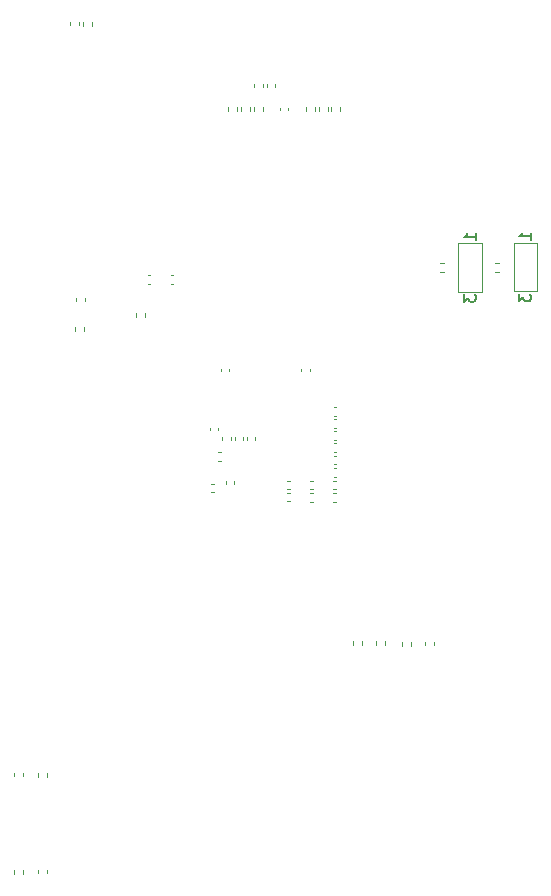
<source format=gbr>
%TF.GenerationSoftware,KiCad,Pcbnew,7.0.9*%
%TF.CreationDate,2024-06-03T19:44:06+03:00*%
%TF.ProjectId,LinuxCore-v2,4c696e75-7843-46f7-9265-2d76322e6b69,rev?*%
%TF.SameCoordinates,Original*%
%TF.FileFunction,Legend,Bot*%
%TF.FilePolarity,Positive*%
%FSLAX46Y46*%
G04 Gerber Fmt 4.6, Leading zero omitted, Abs format (unit mm)*
G04 Created by KiCad (PCBNEW 7.0.9) date 2024-06-03 19:44:06*
%MOMM*%
%LPD*%
G01*
G04 APERTURE LIST*
%ADD10C,0.150000*%
%ADD11C,0.120000*%
G04 APERTURE END LIST*
D10*
X173281969Y-77686667D02*
X173281969Y-78305714D01*
X173281969Y-78305714D02*
X173662921Y-77972381D01*
X173662921Y-77972381D02*
X173662921Y-78115238D01*
X173662921Y-78115238D02*
X173710540Y-78210476D01*
X173710540Y-78210476D02*
X173758159Y-78258095D01*
X173758159Y-78258095D02*
X173853397Y-78305714D01*
X173853397Y-78305714D02*
X174091492Y-78305714D01*
X174091492Y-78305714D02*
X174186730Y-78258095D01*
X174186730Y-78258095D02*
X174234350Y-78210476D01*
X174234350Y-78210476D02*
X174281969Y-78115238D01*
X174281969Y-78115238D02*
X174281969Y-77829524D01*
X174281969Y-77829524D02*
X174234350Y-77734286D01*
X174234350Y-77734286D02*
X174186730Y-77686667D01*
X174281969Y-73105714D02*
X174281969Y-72534286D01*
X174281969Y-72820000D02*
X173281969Y-72820000D01*
X173281969Y-72820000D02*
X173424826Y-72724762D01*
X173424826Y-72724762D02*
X173520064Y-72629524D01*
X173520064Y-72629524D02*
X173567683Y-72534286D01*
X169623005Y-73135714D02*
X169623005Y-72564286D01*
X169623005Y-72850000D02*
X168623005Y-72850000D01*
X168623005Y-72850000D02*
X168765862Y-72754762D01*
X168765862Y-72754762D02*
X168861100Y-72659524D01*
X168861100Y-72659524D02*
X168908719Y-72564286D01*
X168623005Y-77716667D02*
X168623005Y-78335714D01*
X168623005Y-78335714D02*
X169003957Y-78002381D01*
X169003957Y-78002381D02*
X169003957Y-78145238D01*
X169003957Y-78145238D02*
X169051576Y-78240476D01*
X169051576Y-78240476D02*
X169099195Y-78288095D01*
X169099195Y-78288095D02*
X169194433Y-78335714D01*
X169194433Y-78335714D02*
X169432528Y-78335714D01*
X169432528Y-78335714D02*
X169527766Y-78288095D01*
X169527766Y-78288095D02*
X169575386Y-78240476D01*
X169575386Y-78240476D02*
X169623005Y-78145238D01*
X169623005Y-78145238D02*
X169623005Y-77859524D01*
X169623005Y-77859524D02*
X169575386Y-77764286D01*
X169575386Y-77764286D02*
X169527766Y-77716667D01*
D11*
%TO.C,C10*%
X155599314Y-94550000D02*
X155814986Y-94550000D01*
X155599314Y-95270000D02*
X155814986Y-95270000D01*
%TO.C,C78*%
X144037836Y-76820000D02*
X143822164Y-76820000D01*
X144037836Y-76100000D02*
X143822164Y-76100000D01*
%TO.C,C32*%
X153659314Y-93500000D02*
X153874986Y-93500000D01*
X153659314Y-94220000D02*
X153874986Y-94220000D01*
%TO.C,C5*%
X155599314Y-93500000D02*
X155814986Y-93500000D01*
X155599314Y-94220000D02*
X155814986Y-94220000D01*
%TO.C,C79*%
X141862164Y-76090000D02*
X142077836Y-76090000D01*
X141862164Y-76810000D02*
X142077836Y-76810000D01*
%TO.C,C33*%
X150237150Y-90047836D02*
X150237150Y-89832164D01*
X150957150Y-90047836D02*
X150957150Y-89832164D01*
%TO.C,C25*%
X147847150Y-89012164D02*
X147847150Y-89227836D01*
X147127150Y-89012164D02*
X147127150Y-89227836D01*
%TO.C,R22*%
X166604545Y-75070000D02*
X166911827Y-75070000D01*
X166604545Y-75830000D02*
X166911827Y-75830000D01*
%TO.C,R14*%
X137120000Y-54656359D02*
X137120000Y-54963641D01*
X136360000Y-54656359D02*
X136360000Y-54963641D01*
%TO.C,R54*%
X140890000Y-79603641D02*
X140890000Y-79296359D01*
X141650000Y-79603641D02*
X141650000Y-79296359D01*
%TO.C,R60*%
X163410000Y-107453641D02*
X163410000Y-107146359D01*
X164170000Y-107453641D02*
X164170000Y-107146359D01*
%TO.C,C6*%
X157794986Y-94230000D02*
X157579314Y-94230000D01*
X157794986Y-93510000D02*
X157579314Y-93510000D01*
%TO.C,R42*%
X150840000Y-62173641D02*
X150840000Y-61866359D01*
X151600000Y-62173641D02*
X151600000Y-61866359D01*
%TO.C,C30*%
X149207150Y-90037836D02*
X149207150Y-89822164D01*
X149927150Y-90037836D02*
X149927150Y-89822164D01*
%TO.C,C27*%
X147829314Y-91090000D02*
X148044986Y-91090000D01*
X147829314Y-91810000D02*
X148044986Y-91810000D01*
%TO.C,C24*%
X148777150Y-84012164D02*
X148777150Y-84227836D01*
X148057150Y-84012164D02*
X148057150Y-84227836D01*
%TO.C,R62*%
X161212850Y-107403641D02*
X161212850Y-107096359D01*
X161972850Y-107403641D02*
X161972850Y-107096359D01*
%TO.C,R57*%
X131310000Y-126486359D02*
X131310000Y-126793641D01*
X130550000Y-126486359D02*
X130550000Y-126793641D01*
%TO.C,R63*%
X165325700Y-107433641D02*
X165325700Y-107126359D01*
X166085700Y-107433641D02*
X166085700Y-107126359D01*
%TO.C,C29*%
X147467836Y-94460000D02*
X147252164Y-94460000D01*
X147467836Y-93740000D02*
X147252164Y-93740000D01*
%TO.C,C20*%
X157824986Y-91060000D02*
X157609314Y-91060000D01*
X157824986Y-90340000D02*
X157609314Y-90340000D01*
%TO.C,C61*%
X151930000Y-60157836D02*
X151930000Y-59942164D01*
X152650000Y-60157836D02*
X152650000Y-59942164D01*
%TO.C,C11*%
X157794986Y-95290000D02*
X157579314Y-95290000D01*
X157794986Y-94570000D02*
X157579314Y-94570000D01*
%TO.C,R58*%
X132530000Y-118563641D02*
X132530000Y-118256359D01*
X133290000Y-118563641D02*
X133290000Y-118256359D01*
%TO.C,R59*%
X130520000Y-118513641D02*
X130520000Y-118206359D01*
X131280000Y-118513641D02*
X131280000Y-118206359D01*
%TO.C,C60*%
X150870000Y-60127836D02*
X150870000Y-59912164D01*
X151590000Y-60127836D02*
X151590000Y-59912164D01*
%TO.C,JP1*%
X174827150Y-73370000D02*
X172827150Y-73370000D01*
X172827150Y-73370000D02*
X172827150Y-77470000D01*
X174827150Y-77470000D02*
X174827150Y-73370000D01*
X172827150Y-77470000D02*
X174827150Y-77470000D01*
%TO.C,R20*%
X171293509Y-75050000D02*
X171600791Y-75050000D01*
X171293509Y-75810000D02*
X171600791Y-75810000D01*
%TO.C,R38*%
X148630000Y-62203641D02*
X148630000Y-61896359D01*
X149390000Y-62203641D02*
X149390000Y-61896359D01*
%TO.C,R39*%
X157400000Y-62173641D02*
X157400000Y-61866359D01*
X158160000Y-62173641D02*
X158160000Y-61866359D01*
%TO.C,C18*%
X157804986Y-93150000D02*
X157589314Y-93150000D01*
X157804986Y-92430000D02*
X157589314Y-92430000D01*
%TO.C,JP2*%
X170168186Y-73400000D02*
X168168186Y-73400000D01*
X168168186Y-73400000D02*
X168168186Y-77500000D01*
X170168186Y-77500000D02*
X170168186Y-73400000D01*
X168168186Y-77500000D02*
X170168186Y-77500000D01*
%TO.C,R41*%
X156340000Y-62183641D02*
X156340000Y-61876359D01*
X157100000Y-62183641D02*
X157100000Y-61876359D01*
%TO.C,C21*%
X157814986Y-87980000D02*
X157599314Y-87980000D01*
X157814986Y-87260000D02*
X157599314Y-87260000D01*
%TO.C,R40*%
X149730000Y-62193641D02*
X149730000Y-61886359D01*
X150490000Y-62193641D02*
X150490000Y-61886359D01*
%TO.C,R61*%
X159212850Y-107393641D02*
X159212850Y-107086359D01*
X159972850Y-107393641D02*
X159972850Y-107086359D01*
%TO.C,R56*%
X133300000Y-126446359D02*
X133300000Y-126753641D01*
X132540000Y-126446359D02*
X132540000Y-126753641D01*
%TO.C,C17*%
X157609314Y-89300000D02*
X157824986Y-89300000D01*
X157609314Y-90020000D02*
X157824986Y-90020000D01*
%TO.C,R52*%
X135710000Y-80823641D02*
X135710000Y-80516359D01*
X136470000Y-80823641D02*
X136470000Y-80516359D01*
%TO.C,C19*%
X157609314Y-88280000D02*
X157824986Y-88280000D01*
X157609314Y-89000000D02*
X157824986Y-89000000D01*
%TO.C,C22*%
X154837150Y-84217836D02*
X154837150Y-84002164D01*
X155557150Y-84217836D02*
X155557150Y-84002164D01*
%TO.C,R43*%
X155220000Y-62173641D02*
X155220000Y-61866359D01*
X155980000Y-62173641D02*
X155980000Y-61866359D01*
%TO.C,C23*%
X157824986Y-92110000D02*
X157609314Y-92110000D01*
X157824986Y-91390000D02*
X157609314Y-91390000D01*
%TO.C,R15*%
X136010000Y-54636359D02*
X136010000Y-54943641D01*
X135250000Y-54636359D02*
X135250000Y-54943641D01*
%TO.C,C31*%
X148480000Y-93757836D02*
X148480000Y-93542164D01*
X149200000Y-93757836D02*
X149200000Y-93542164D01*
%TO.C,R53*%
X136550000Y-77996359D02*
X136550000Y-78303641D01*
X135790000Y-77996359D02*
X135790000Y-78303641D01*
%TO.C,C26*%
X148157150Y-90037836D02*
X148157150Y-89822164D01*
X148877150Y-90037836D02*
X148877150Y-89822164D01*
%TO.C,C34*%
X153659314Y-94540000D02*
X153874986Y-94540000D01*
X153659314Y-95260000D02*
X153874986Y-95260000D01*
%TO.C,C59*%
X153050000Y-62147836D02*
X153050000Y-61932164D01*
X153770000Y-62147836D02*
X153770000Y-61932164D01*
%TD*%
M02*

</source>
